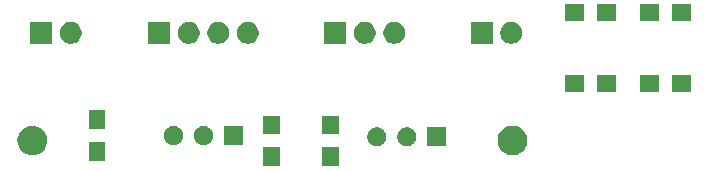
<source format=gbr>
From 86f385bffe9b7f2b2495b2b5ba51428151fbe825 Mon Sep 17 00:00:00 2001
From: Vishnu Easwaran E
Date: Fri, 15 May 2020 16:44:44 +0530
Subject: [vishnu] .gitignore files added. "imgaes" changed to "assets" and
 corresponding README corrections.

---
 heaterGerber/heater-F.Mask.gbr | 695 -----------------------------------------
 1 file changed, 695 deletions(-)
 delete mode 100644 heaterGerber/heater-F.Mask.gbr

(limited to 'heaterGerber/heater-F.Mask.gbr')

diff --git a/heaterGerber/heater-F.Mask.gbr b/heaterGerber/heater-F.Mask.gbr
deleted file mode 100644
index 27269ce..0000000
--- a/heaterGerber/heater-F.Mask.gbr
+++ /dev/null
@@ -1,695 +0,0 @@
-G04 #@! TF.GenerationSoftware,KiCad,Pcbnew,5.0.1*
-G04 #@! TF.CreationDate,2019-03-20T13:16:57+05:30*
-G04 #@! TF.ProjectId,heater,6865617465722E6B696361645F706362,rev?*
-G04 #@! TF.SameCoordinates,Original*
-G04 #@! TF.FileFunction,Soldermask,Top*
-G04 #@! TF.FilePolarity,Negative*
-%FSLAX46Y46*%
-G04 Gerber Fmt 4.6, Leading zero omitted, Abs format (unit mm)*
-G04 Created by KiCad (PCBNEW 5.0.1) date Wed 20 Mar 2019 01:16:57 PM IST*
-%MOMM*%
-%LPD*%
-G01*
-G04 APERTURE LIST*
-%ADD10C,0.100000*%
-G04 APERTURE END LIST*
-D10*
-G36*
-X156701000Y-98101000D02*
-X155299000Y-98101000D01*
-X155299000Y-96499000D01*
-X156701000Y-96499000D01*
-X156701000Y-98101000D01*
-X156701000Y-98101000D01*
-G37*
-G36*
-X151701000Y-98101000D02*
-X150299000Y-98101000D01*
-X150299000Y-96499000D01*
-X151701000Y-96499000D01*
-X151701000Y-98101000D01*
-X151701000Y-98101000D01*
-G37*
-G36*
-X136951000Y-97651000D02*
-X135549000Y-97651000D01*
-X135549000Y-96049000D01*
-X136951000Y-96049000D01*
-X136951000Y-97651000D01*
-X136951000Y-97651000D01*
-G37*
-G36*
-X131005239Y-94667101D02*
-X131241053Y-94738634D01*
-X131458381Y-94854799D01*
-X131648871Y-95011129D01*
-X131805201Y-95201619D01*
-X131921366Y-95418947D01*
-X131992899Y-95654761D01*
-X132017053Y-95900000D01*
-X131992899Y-96145239D01*
-X131921366Y-96381053D01*
-X131805201Y-96598381D01*
-X131648871Y-96788871D01*
-X131458381Y-96945201D01*
-X131241053Y-97061366D01*
-X131005239Y-97132899D01*
-X130821457Y-97151000D01*
-X130698543Y-97151000D01*
-X130514761Y-97132899D01*
-X130278947Y-97061366D01*
-X130061619Y-96945201D01*
-X129871129Y-96788871D01*
-X129714799Y-96598381D01*
-X129598634Y-96381053D01*
-X129527101Y-96145239D01*
-X129502947Y-95900000D01*
-X129527101Y-95654761D01*
-X129598634Y-95418947D01*
-X129714799Y-95201619D01*
-X129871129Y-95011129D01*
-X130061619Y-94854799D01*
-X130278947Y-94738634D01*
-X130514761Y-94667101D01*
-X130698543Y-94649000D01*
-X130821457Y-94649000D01*
-X131005239Y-94667101D01*
-X131005239Y-94667101D01*
-G37*
-G36*
-X171583636Y-94661019D02*
-X171764903Y-94697075D01*
-X171992571Y-94791378D01*
-X172196542Y-94927668D01*
-X172197469Y-94928287D01*
-X172371713Y-95102531D01*
-X172371715Y-95102534D01*
-X172508622Y-95307429D01*
-X172602925Y-95535097D01*
-X172651000Y-95776787D01*
-X172651000Y-96023213D01*
-X172602925Y-96264903D01*
-X172508622Y-96492571D01*
-X172437921Y-96598382D01*
-X172371713Y-96697469D01*
-X172197469Y-96871713D01*
-X172197466Y-96871715D01*
-X171992571Y-97008622D01*
-X171764903Y-97102925D01*
-X171614213Y-97132899D01*
-X171523214Y-97151000D01*
-X171276786Y-97151000D01*
-X171185787Y-97132899D01*
-X171035097Y-97102925D01*
-X170807429Y-97008622D01*
-X170602534Y-96871715D01*
-X170602531Y-96871713D01*
-X170428287Y-96697469D01*
-X170362079Y-96598382D01*
-X170291378Y-96492571D01*
-X170197075Y-96264903D01*
-X170149000Y-96023213D01*
-X170149000Y-95776787D01*
-X170197075Y-95535097D01*
-X170291378Y-95307429D01*
-X170428285Y-95102534D01*
-X170428287Y-95102531D01*
-X170602531Y-94928287D01*
-X170603458Y-94927668D01*
-X170807429Y-94791378D01*
-X171035097Y-94697075D01*
-X171216364Y-94661019D01*
-X171276786Y-94649000D01*
-X171523214Y-94649000D01*
-X171583636Y-94661019D01*
-X171583636Y-94661019D01*
-G37*
-G36*
-X160156561Y-94820166D02*
-X160240173Y-94854799D01*
-X160304154Y-94881301D01*
-X160374470Y-94928285D01*
-X160436986Y-94970057D01*
-X160549944Y-95083015D01*
-X160638701Y-95215849D01*
-X160699835Y-95363440D01*
-X160731001Y-95520122D01*
-X160731001Y-95679878D01*
-X160699835Y-95836560D01*
-X160638701Y-95984151D01*
-X160549944Y-96116985D01*
-X160436986Y-96229943D01*
-X160436983Y-96229945D01*
-X160304154Y-96318699D01*
-X160304153Y-96318700D01*
-X160304152Y-96318700D01*
-X160156561Y-96379834D01*
-X159999879Y-96411000D01*
-X159840123Y-96411000D01*
-X159683441Y-96379834D01*
-X159535850Y-96318700D01*
-X159535849Y-96318700D01*
-X159535848Y-96318699D01*
-X159403019Y-96229945D01*
-X159403016Y-96229943D01*
-X159290058Y-96116985D01*
-X159201301Y-95984151D01*
-X159140167Y-95836560D01*
-X159109001Y-95679878D01*
-X159109001Y-95520122D01*
-X159140167Y-95363440D01*
-X159201301Y-95215849D01*
-X159290058Y-95083015D01*
-X159403016Y-94970057D01*
-X159465532Y-94928285D01*
-X159535848Y-94881301D01*
-X159599830Y-94854799D01*
-X159683441Y-94820166D01*
-X159840123Y-94789000D01*
-X159999879Y-94789000D01*
-X160156561Y-94820166D01*
-X160156561Y-94820166D01*
-G37*
-G36*
-X162696561Y-94820166D02*
-X162780173Y-94854799D01*
-X162844154Y-94881301D01*
-X162914470Y-94928285D01*
-X162976986Y-94970057D01*
-X163089944Y-95083015D01*
-X163178701Y-95215849D01*
-X163239835Y-95363440D01*
-X163271001Y-95520122D01*
-X163271001Y-95679878D01*
-X163239835Y-95836560D01*
-X163178701Y-95984151D01*
-X163089944Y-96116985D01*
-X162976986Y-96229943D01*
-X162976983Y-96229945D01*
-X162844154Y-96318699D01*
-X162844153Y-96318700D01*
-X162844152Y-96318700D01*
-X162696561Y-96379834D01*
-X162539879Y-96411000D01*
-X162380123Y-96411000D01*
-X162223441Y-96379834D01*
-X162075850Y-96318700D01*
-X162075849Y-96318700D01*
-X162075848Y-96318699D01*
-X161943019Y-96229945D01*
-X161943016Y-96229943D01*
-X161830058Y-96116985D01*
-X161741301Y-95984151D01*
-X161680167Y-95836560D01*
-X161649001Y-95679878D01*
-X161649001Y-95520122D01*
-X161680167Y-95363440D01*
-X161741301Y-95215849D01*
-X161830058Y-95083015D01*
-X161943016Y-94970057D01*
-X162005532Y-94928285D01*
-X162075848Y-94881301D01*
-X162139830Y-94854799D01*
-X162223441Y-94820166D01*
-X162380123Y-94789000D01*
-X162539879Y-94789000D01*
-X162696561Y-94820166D01*
-X162696561Y-94820166D01*
-G37*
-G36*
-X165811001Y-96411000D02*
-X164189001Y-96411000D01*
-X164189001Y-94789000D01*
-X165811001Y-94789000D01*
-X165811001Y-96411000D01*
-X165811001Y-96411000D01*
-G37*
-G36*
-X145496560Y-94720166D02*
-X145644153Y-94781301D01*
-X145702318Y-94820166D01*
-X145776985Y-94870057D01*
-X145889943Y-94983015D01*
-X145978700Y-95115849D01*
-X146039834Y-95263440D01*
-X146071000Y-95420122D01*
-X146071000Y-95579878D01*
-X146039834Y-95736560D01*
-X145978700Y-95884151D01*
-X145889943Y-96016985D01*
-X145776985Y-96129943D01*
-X145776982Y-96129945D01*
-X145644153Y-96218699D01*
-X145644152Y-96218700D01*
-X145644151Y-96218700D01*
-X145496560Y-96279834D01*
-X145339878Y-96311000D01*
-X145180122Y-96311000D01*
-X145023440Y-96279834D01*
-X144875849Y-96218700D01*
-X144875848Y-96218700D01*
-X144875847Y-96218699D01*
-X144743018Y-96129945D01*
-X144743015Y-96129943D01*
-X144630057Y-96016985D01*
-X144541300Y-95884151D01*
-X144480166Y-95736560D01*
-X144449000Y-95579878D01*
-X144449000Y-95420122D01*
-X144480166Y-95263440D01*
-X144541300Y-95115849D01*
-X144630057Y-94983015D01*
-X144743015Y-94870057D01*
-X144817682Y-94820166D01*
-X144875847Y-94781301D01*
-X145023440Y-94720166D01*
-X145180122Y-94689000D01*
-X145339878Y-94689000D01*
-X145496560Y-94720166D01*
-X145496560Y-94720166D01*
-G37*
-G36*
-X148611000Y-96311000D02*
-X146989000Y-96311000D01*
-X146989000Y-94689000D01*
-X148611000Y-94689000D01*
-X148611000Y-96311000D01*
-X148611000Y-96311000D01*
-G37*
-G36*
-X142956560Y-94720166D02*
-X143104153Y-94781301D01*
-X143162318Y-94820166D01*
-X143236985Y-94870057D01*
-X143349943Y-94983015D01*
-X143438700Y-95115849D01*
-X143499834Y-95263440D01*
-X143531000Y-95420122D01*
-X143531000Y-95579878D01*
-X143499834Y-95736560D01*
-X143438700Y-95884151D01*
-X143349943Y-96016985D01*
-X143236985Y-96129943D01*
-X143236982Y-96129945D01*
-X143104153Y-96218699D01*
-X143104152Y-96218700D01*
-X143104151Y-96218700D01*
-X142956560Y-96279834D01*
-X142799878Y-96311000D01*
-X142640122Y-96311000D01*
-X142483440Y-96279834D01*
-X142335849Y-96218700D01*
-X142335848Y-96218700D01*
-X142335847Y-96218699D01*
-X142203018Y-96129945D01*
-X142203015Y-96129943D01*
-X142090057Y-96016985D01*
-X142001300Y-95884151D01*
-X141940166Y-95736560D01*
-X141909000Y-95579878D01*
-X141909000Y-95420122D01*
-X141940166Y-95263440D01*
-X142001300Y-95115849D01*
-X142090057Y-94983015D01*
-X142203015Y-94870057D01*
-X142277682Y-94820166D01*
-X142335847Y-94781301D01*
-X142483440Y-94720166D01*
-X142640122Y-94689000D01*
-X142799878Y-94689000D01*
-X142956560Y-94720166D01*
-X142956560Y-94720166D01*
-G37*
-G36*
-X151701000Y-95401000D02*
-X150299000Y-95401000D01*
-X150299000Y-93799000D01*
-X151701000Y-93799000D01*
-X151701000Y-95401000D01*
-X151701000Y-95401000D01*
-G37*
-G36*
-X156701000Y-95401000D02*
-X155299000Y-95401000D01*
-X155299000Y-93799000D01*
-X156701000Y-93799000D01*
-X156701000Y-95401000D01*
-X156701000Y-95401000D01*
-G37*
-G36*
-X136951000Y-94951000D02*
-X135549000Y-94951000D01*
-X135549000Y-93349000D01*
-X136951000Y-93349000D01*
-X136951000Y-94951000D01*
-X136951000Y-94951000D01*
-G37*
-G36*
-X180201000Y-91801000D02*
-X178599000Y-91801000D01*
-X178599000Y-90399000D01*
-X180201000Y-90399000D01*
-X180201000Y-91801000D01*
-X180201000Y-91801000D01*
-G37*
-G36*
-X177501000Y-91801000D02*
-X175899000Y-91801000D01*
-X175899000Y-90399000D01*
-X177501000Y-90399000D01*
-X177501000Y-91801000D01*
-X177501000Y-91801000D01*
-G37*
-G36*
-X183801000Y-91801000D02*
-X182199000Y-91801000D01*
-X182199000Y-90399000D01*
-X183801000Y-90399000D01*
-X183801000Y-91801000D01*
-X183801000Y-91801000D01*
-G37*
-G36*
-X186501000Y-91801000D02*
-X184899000Y-91801000D01*
-X184899000Y-90399000D01*
-X186501000Y-90399000D01*
-X186501000Y-91801000D01*
-X186501000Y-91801000D01*
-G37*
-G36*
-X159170104Y-85909585D02*
-X159338626Y-85979389D01*
-X159490291Y-86080728D01*
-X159619272Y-86209709D01*
-X159720611Y-86361374D01*
-X159790415Y-86529896D01*
-X159826000Y-86708797D01*
-X159826000Y-86891203D01*
-X159790415Y-87070104D01*
-X159720611Y-87238626D01*
-X159619272Y-87390291D01*
-X159490291Y-87519272D01*
-X159338626Y-87620611D01*
-X159170104Y-87690415D01*
-X158991203Y-87726000D01*
-X158808797Y-87726000D01*
-X158629896Y-87690415D01*
-X158461374Y-87620611D01*
-X158309709Y-87519272D01*
-X158180728Y-87390291D01*
-X158079389Y-87238626D01*
-X158009585Y-87070104D01*
-X157974000Y-86891203D01*
-X157974000Y-86708797D01*
-X158009585Y-86529896D01*
-X158079389Y-86361374D01*
-X158180728Y-86209709D01*
-X158309709Y-86080728D01*
-X158461374Y-85979389D01*
-X158629896Y-85909585D01*
-X158808797Y-85874000D01*
-X158991203Y-85874000D01*
-X159170104Y-85909585D01*
-X159170104Y-85909585D01*
-G37*
-G36*
-X144270104Y-85909585D02*
-X144438626Y-85979389D01*
-X144590291Y-86080728D01*
-X144719272Y-86209709D01*
-X144820611Y-86361374D01*
-X144890415Y-86529896D01*
-X144926000Y-86708797D01*
-X144926000Y-86891203D01*
-X144890415Y-87070104D01*
-X144820611Y-87238626D01*
-X144719272Y-87390291D01*
-X144590291Y-87519272D01*
-X144438626Y-87620611D01*
-X144270104Y-87690415D01*
-X144091203Y-87726000D01*
-X143908797Y-87726000D01*
-X143729896Y-87690415D01*
-X143561374Y-87620611D01*
-X143409709Y-87519272D01*
-X143280728Y-87390291D01*
-X143179389Y-87238626D01*
-X143109585Y-87070104D01*
-X143074000Y-86891203D01*
-X143074000Y-86708797D01*
-X143109585Y-86529896D01*
-X143179389Y-86361374D01*
-X143280728Y-86209709D01*
-X143409709Y-86080728D01*
-X143561374Y-85979389D01*
-X143729896Y-85909585D01*
-X143908797Y-85874000D01*
-X144091203Y-85874000D01*
-X144270104Y-85909585D01*
-X144270104Y-85909585D01*
-G37*
-G36*
-X142426000Y-87726000D02*
-X140574000Y-87726000D01*
-X140574000Y-85874000D01*
-X142426000Y-85874000D01*
-X142426000Y-87726000D01*
-X142426000Y-87726000D01*
-G37*
-G36*
-X134270104Y-85909585D02*
-X134438626Y-85979389D01*
-X134590291Y-86080728D01*
-X134719272Y-86209709D01*
-X134820611Y-86361374D01*
-X134890415Y-86529896D01*
-X134926000Y-86708797D01*
-X134926000Y-86891203D01*
-X134890415Y-87070104D01*
-X134820611Y-87238626D01*
-X134719272Y-87390291D01*
-X134590291Y-87519272D01*
-X134438626Y-87620611D01*
-X134270104Y-87690415D01*
-X134091203Y-87726000D01*
-X133908797Y-87726000D01*
-X133729896Y-87690415D01*
-X133561374Y-87620611D01*
-X133409709Y-87519272D01*
-X133280728Y-87390291D01*
-X133179389Y-87238626D01*
-X133109585Y-87070104D01*
-X133074000Y-86891203D01*
-X133074000Y-86708797D01*
-X133109585Y-86529896D01*
-X133179389Y-86361374D01*
-X133280728Y-86209709D01*
-X133409709Y-86080728D01*
-X133561374Y-85979389D01*
-X133729896Y-85909585D01*
-X133908797Y-85874000D01*
-X134091203Y-85874000D01*
-X134270104Y-85909585D01*
-X134270104Y-85909585D01*
-G37*
-G36*
-X161670104Y-85909585D02*
-X161838626Y-85979389D01*
-X161990291Y-86080728D01*
-X162119272Y-86209709D01*
-X162220611Y-86361374D01*
-X162290415Y-86529896D01*
-X162326000Y-86708797D01*
-X162326000Y-86891203D01*
-X162290415Y-87070104D01*
-X162220611Y-87238626D01*
-X162119272Y-87390291D01*
-X161990291Y-87519272D01*
-X161838626Y-87620611D01*
-X161670104Y-87690415D01*
-X161491203Y-87726000D01*
-X161308797Y-87726000D01*
-X161129896Y-87690415D01*
-X160961374Y-87620611D01*
-X160809709Y-87519272D01*
-X160680728Y-87390291D01*
-X160579389Y-87238626D01*
-X160509585Y-87070104D01*
-X160474000Y-86891203D01*
-X160474000Y-86708797D01*
-X160509585Y-86529896D01*
-X160579389Y-86361374D01*
-X160680728Y-86209709D01*
-X160809709Y-86080728D01*
-X160961374Y-85979389D01*
-X161129896Y-85909585D01*
-X161308797Y-85874000D01*
-X161491203Y-85874000D01*
-X161670104Y-85909585D01*
-X161670104Y-85909585D01*
-G37*
-G36*
-X149270104Y-85909585D02*
-X149438626Y-85979389D01*
-X149590291Y-86080728D01*
-X149719272Y-86209709D01*
-X149820611Y-86361374D01*
-X149890415Y-86529896D01*
-X149926000Y-86708797D01*
-X149926000Y-86891203D01*
-X149890415Y-87070104D01*
-X149820611Y-87238626D01*
-X149719272Y-87390291D01*
-X149590291Y-87519272D01*
-X149438626Y-87620611D01*
-X149270104Y-87690415D01*
-X149091203Y-87726000D01*
-X148908797Y-87726000D01*
-X148729896Y-87690415D01*
-X148561374Y-87620611D01*
-X148409709Y-87519272D01*
-X148280728Y-87390291D01*
-X148179389Y-87238626D01*
-X148109585Y-87070104D01*
-X148074000Y-86891203D01*
-X148074000Y-86708797D01*
-X148109585Y-86529896D01*
-X148179389Y-86361374D01*
-X148280728Y-86209709D01*
-X148409709Y-86080728D01*
-X148561374Y-85979389D01*
-X148729896Y-85909585D01*
-X148908797Y-85874000D01*
-X149091203Y-85874000D01*
-X149270104Y-85909585D01*
-X149270104Y-85909585D01*
-G37*
-G36*
-X146770104Y-85909585D02*
-X146938626Y-85979389D01*
-X147090291Y-86080728D01*
-X147219272Y-86209709D01*
-X147320611Y-86361374D01*
-X147390415Y-86529896D01*
-X147426000Y-86708797D01*
-X147426000Y-86891203D01*
-X147390415Y-87070104D01*
-X147320611Y-87238626D01*
-X147219272Y-87390291D01*
-X147090291Y-87519272D01*
-X146938626Y-87620611D01*
-X146770104Y-87690415D01*
-X146591203Y-87726000D01*
-X146408797Y-87726000D01*
-X146229896Y-87690415D01*
-X146061374Y-87620611D01*
-X145909709Y-87519272D01*
-X145780728Y-87390291D01*
-X145679389Y-87238626D01*
-X145609585Y-87070104D01*
-X145574000Y-86891203D01*
-X145574000Y-86708797D01*
-X145609585Y-86529896D01*
-X145679389Y-86361374D01*
-X145780728Y-86209709D01*
-X145909709Y-86080728D01*
-X146061374Y-85979389D01*
-X146229896Y-85909585D01*
-X146408797Y-85874000D01*
-X146591203Y-85874000D01*
-X146770104Y-85909585D01*
-X146770104Y-85909585D01*
-G37*
-G36*
-X169726000Y-87726000D02*
-X167874000Y-87726000D01*
-X167874000Y-85874000D01*
-X169726000Y-85874000D01*
-X169726000Y-87726000D01*
-X169726000Y-87726000D01*
-G37*
-G36*
-X171570104Y-85909585D02*
-X171738626Y-85979389D01*
-X171890291Y-86080728D01*
-X172019272Y-86209709D01*
-X172120611Y-86361374D01*
-X172190415Y-86529896D01*
-X172226000Y-86708797D01*
-X172226000Y-86891203D01*
-X172190415Y-87070104D01*
-X172120611Y-87238626D01*
-X172019272Y-87390291D01*
-X171890291Y-87519272D01*
-X171738626Y-87620611D01*
-X171570104Y-87690415D01*
-X171391203Y-87726000D01*
-X171208797Y-87726000D01*
-X171029896Y-87690415D01*
-X170861374Y-87620611D01*
-X170709709Y-87519272D01*
-X170580728Y-87390291D01*
-X170479389Y-87238626D01*
-X170409585Y-87070104D01*
-X170374000Y-86891203D01*
-X170374000Y-86708797D01*
-X170409585Y-86529896D01*
-X170479389Y-86361374D01*
-X170580728Y-86209709D01*
-X170709709Y-86080728D01*
-X170861374Y-85979389D01*
-X171029896Y-85909585D01*
-X171208797Y-85874000D01*
-X171391203Y-85874000D01*
-X171570104Y-85909585D01*
-X171570104Y-85909585D01*
-G37*
-G36*
-X157326000Y-87726000D02*
-X155474000Y-87726000D01*
-X155474000Y-85874000D01*
-X157326000Y-85874000D01*
-X157326000Y-87726000D01*
-X157326000Y-87726000D01*
-G37*
-G36*
-X132426000Y-87726000D02*
-X130574000Y-87726000D01*
-X130574000Y-85874000D01*
-X132426000Y-85874000D01*
-X132426000Y-87726000D01*
-X132426000Y-87726000D01*
-G37*
-G36*
-X177501000Y-85801000D02*
-X175899000Y-85801000D01*
-X175899000Y-84399000D01*
-X177501000Y-84399000D01*
-X177501000Y-85801000D01*
-X177501000Y-85801000D01*
-G37*
-G36*
-X180201000Y-85801000D02*
-X178599000Y-85801000D01*
-X178599000Y-84399000D01*
-X180201000Y-84399000D01*
-X180201000Y-85801000D01*
-X180201000Y-85801000D01*
-G37*
-G36*
-X186501000Y-85801000D02*
-X184899000Y-85801000D01*
-X184899000Y-84399000D01*
-X186501000Y-84399000D01*
-X186501000Y-85801000D01*
-X186501000Y-85801000D01*
-G37*
-G36*
-X183801000Y-85801000D02*
-X182199000Y-85801000D01*
-X182199000Y-84399000D01*
-X183801000Y-84399000D01*
-X183801000Y-85801000D01*
-X183801000Y-85801000D01*
-G37*
-M02*
-- 
cgit 


</source>
